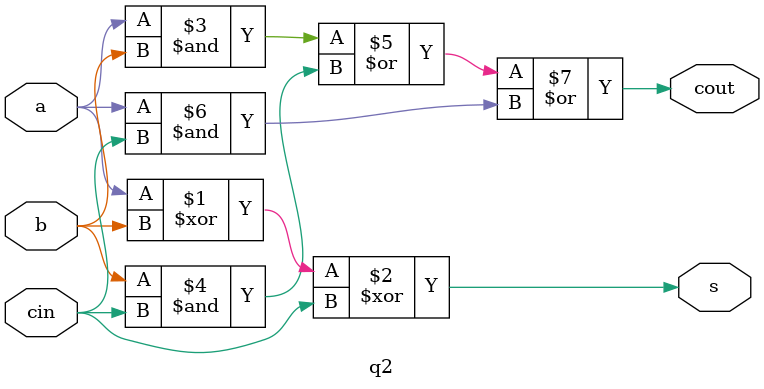
<source format=v>
module q2(a,b,cin,s,cout);
input a,b,cin;
output s,cout;
assign s=(a^b)^cin;
assign cout=(a&b)|(b&cin)|(a&cin);
endmodule

</source>
